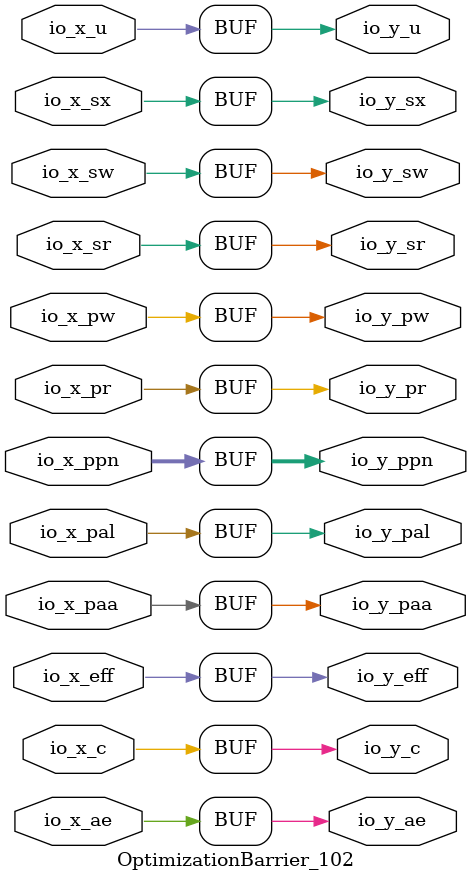
<source format=sv>
`ifndef RANDOMIZE
  `ifdef RANDOMIZE_REG_INIT
    `define RANDOMIZE
  `endif // RANDOMIZE_REG_INIT
`endif // not def RANDOMIZE
`ifndef RANDOMIZE
  `ifdef RANDOMIZE_MEM_INIT
    `define RANDOMIZE
  `endif // RANDOMIZE_MEM_INIT
`endif // not def RANDOMIZE

`ifndef RANDOM
  `define RANDOM $random
`endif // not def RANDOM

// Users can define 'PRINTF_COND' to add an extra gate to prints.
`ifndef PRINTF_COND_
  `ifdef PRINTF_COND
    `define PRINTF_COND_ (`PRINTF_COND)
  `else  // PRINTF_COND
    `define PRINTF_COND_ 1
  `endif // PRINTF_COND
`endif // not def PRINTF_COND_

// Users can define 'ASSERT_VERBOSE_COND' to add an extra gate to assert error printing.
`ifndef ASSERT_VERBOSE_COND_
  `ifdef ASSERT_VERBOSE_COND
    `define ASSERT_VERBOSE_COND_ (`ASSERT_VERBOSE_COND)
  `else  // ASSERT_VERBOSE_COND
    `define ASSERT_VERBOSE_COND_ 1
  `endif // ASSERT_VERBOSE_COND
`endif // not def ASSERT_VERBOSE_COND_

// Users can define 'STOP_COND' to add an extra gate to stop conditions.
`ifndef STOP_COND_
  `ifdef STOP_COND
    `define STOP_COND_ (`STOP_COND)
  `else  // STOP_COND
    `define STOP_COND_ 1
  `endif // STOP_COND
`endif // not def STOP_COND_

// Users can define INIT_RANDOM as general code that gets injected into the
// initializer block for modules with registers.
`ifndef INIT_RANDOM
  `define INIT_RANDOM
`endif // not def INIT_RANDOM

// If using random initialization, you can also define RANDOMIZE_DELAY to
// customize the delay used, otherwise 0.002 is used.
`ifndef RANDOMIZE_DELAY
  `define RANDOMIZE_DELAY 0.002
`endif // not def RANDOMIZE_DELAY

// Define INIT_RANDOM_PROLOG_ for use in our modules below.
`ifndef INIT_RANDOM_PROLOG_
  `ifdef RANDOMIZE
    `ifdef VERILATOR
      `define INIT_RANDOM_PROLOG_ `INIT_RANDOM
    `else  // VERILATOR
      `define INIT_RANDOM_PROLOG_ `INIT_RANDOM #`RANDOMIZE_DELAY begin end
    `endif // VERILATOR
  `else  // RANDOMIZE
    `define INIT_RANDOM_PROLOG_
  `endif // RANDOMIZE
`endif // not def INIT_RANDOM_PROLOG_

module OptimizationBarrier_102(
  input  [22:0] io_x_ppn,
  input         io_x_u,
                io_x_ae,
                io_x_sw,
                io_x_sx,
                io_x_sr,
                io_x_pw,
                io_x_pr,
                io_x_pal,
                io_x_paa,
                io_x_eff,
                io_x_c,
  output [22:0] io_y_ppn,
  output        io_y_u,
                io_y_ae,
                io_y_sw,
                io_y_sx,
                io_y_sr,
                io_y_pw,
                io_y_pr,
                io_y_pal,
                io_y_paa,
                io_y_eff,
                io_y_c
);

  assign io_y_ppn = io_x_ppn;
  assign io_y_u = io_x_u;
  assign io_y_ae = io_x_ae;
  assign io_y_sw = io_x_sw;
  assign io_y_sx = io_x_sx;
  assign io_y_sr = io_x_sr;
  assign io_y_pw = io_x_pw;
  assign io_y_pr = io_x_pr;
  assign io_y_pal = io_x_pal;
  assign io_y_paa = io_x_paa;
  assign io_y_eff = io_x_eff;
  assign io_y_c = io_x_c;
endmodule


</source>
